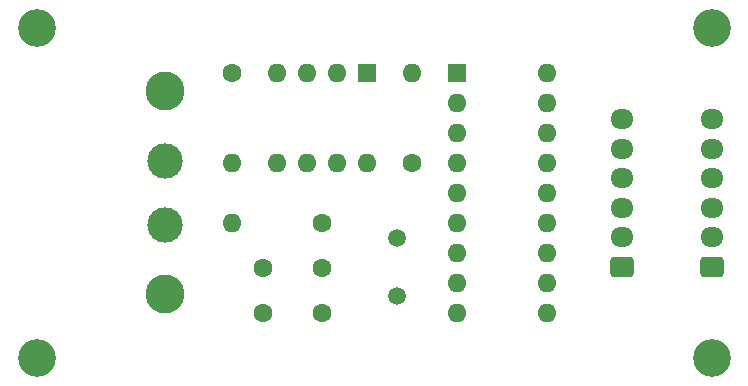
<source format=gbs>
%TF.GenerationSoftware,KiCad,Pcbnew,8.0.2*%
%TF.CreationDate,2024-05-12T16:09:50+01:00*%
%TF.ProjectId,TelemetryCANBoard,54656c65-6d65-4747-9279-43414e426f61,rev?*%
%TF.SameCoordinates,Original*%
%TF.FileFunction,Soldermask,Bot*%
%TF.FilePolarity,Negative*%
%FSLAX46Y46*%
G04 Gerber Fmt 4.6, Leading zero omitted, Abs format (unit mm)*
G04 Created by KiCad (PCBNEW 8.0.2) date 2024-05-12 16:09:50*
%MOMM*%
%LPD*%
G01*
G04 APERTURE LIST*
G04 Aperture macros list*
%AMRoundRect*
0 Rectangle with rounded corners*
0 $1 Rounding radius*
0 $2 $3 $4 $5 $6 $7 $8 $9 X,Y pos of 4 corners*
0 Add a 4 corners polygon primitive as box body*
4,1,4,$2,$3,$4,$5,$6,$7,$8,$9,$2,$3,0*
0 Add four circle primitives for the rounded corners*
1,1,$1+$1,$2,$3*
1,1,$1+$1,$4,$5*
1,1,$1+$1,$6,$7*
1,1,$1+$1,$8,$9*
0 Add four rect primitives between the rounded corners*
20,1,$1+$1,$2,$3,$4,$5,0*
20,1,$1+$1,$4,$5,$6,$7,0*
20,1,$1+$1,$6,$7,$8,$9,0*
20,1,$1+$1,$8,$9,$2,$3,0*%
G04 Aperture macros list end*
%ADD10C,3.200000*%
%ADD11C,1.600000*%
%ADD12O,1.600000X1.600000*%
%ADD13RoundRect,0.250000X0.725000X-0.600000X0.725000X0.600000X-0.725000X0.600000X-0.725000X-0.600000X0*%
%ADD14O,1.950000X1.700000*%
%ADD15R,1.600000X1.600000*%
%ADD16C,3.300000*%
%ADD17C,3.000000*%
%ADD18C,1.500000*%
G04 APERTURE END LIST*
D10*
%TO.C,MNT4*%
X128270000Y-106680000D03*
%TD*%
D11*
%TO.C,R1*%
X160020000Y-90170000D03*
D12*
X160020000Y-82550000D03*
%TD*%
D13*
%TO.C,J1*%
X177800000Y-98960000D03*
D14*
X177800000Y-96460000D03*
X177800000Y-93960000D03*
X177800000Y-91460000D03*
X177800000Y-88960000D03*
X177800000Y-86460000D03*
%TD*%
D11*
%TO.C,R2*%
X144780000Y-82550000D03*
D12*
X144780000Y-90170000D03*
%TD*%
D10*
%TO.C,MNT1*%
X185420000Y-106680000D03*
%TD*%
D15*
%TO.C,U1*%
X156210000Y-82550000D03*
D12*
X153670000Y-82550000D03*
X151130000Y-82550000D03*
X148590000Y-82550000D03*
X148590000Y-90170000D03*
X151130000Y-90170000D03*
X153670000Y-90170000D03*
X156210000Y-90170000D03*
%TD*%
D16*
%TO.C,J3*%
X139110000Y-84120000D03*
X139110000Y-101300000D03*
D17*
X139110000Y-90010000D03*
X139110000Y-95410000D03*
%TD*%
D18*
%TO.C,Y1*%
X158750000Y-96520000D03*
X158750000Y-101400000D03*
%TD*%
D13*
%TO.C,J2*%
X185420000Y-98960000D03*
D14*
X185420000Y-96460000D03*
X185420000Y-93960000D03*
X185420000Y-91460000D03*
X185420000Y-88960000D03*
X185420000Y-86460000D03*
%TD*%
D10*
%TO.C,MNT3*%
X128270000Y-78740000D03*
%TD*%
D11*
%TO.C,R3*%
X152400000Y-95250000D03*
D12*
X144780000Y-95250000D03*
%TD*%
D15*
%TO.C,U2*%
X163830000Y-82550000D03*
D12*
X163830000Y-85090000D03*
X163830000Y-87630000D03*
X163830000Y-90170000D03*
X163830000Y-92710000D03*
X163830000Y-95250000D03*
X163830000Y-97790000D03*
X163830000Y-100330000D03*
X163830000Y-102870000D03*
X171450000Y-102870000D03*
X171450000Y-100330000D03*
X171450000Y-97790000D03*
X171450000Y-95250000D03*
X171450000Y-92710000D03*
X171450000Y-90170000D03*
X171450000Y-87630000D03*
X171450000Y-85090000D03*
X171450000Y-82550000D03*
%TD*%
D10*
%TO.C,MNT2*%
X185420000Y-78740000D03*
%TD*%
D11*
%TO.C,C1*%
X147440000Y-99060000D03*
X152440000Y-99060000D03*
%TD*%
%TO.C,C2*%
X147400000Y-102870000D03*
X152400000Y-102870000D03*
%TD*%
M02*

</source>
